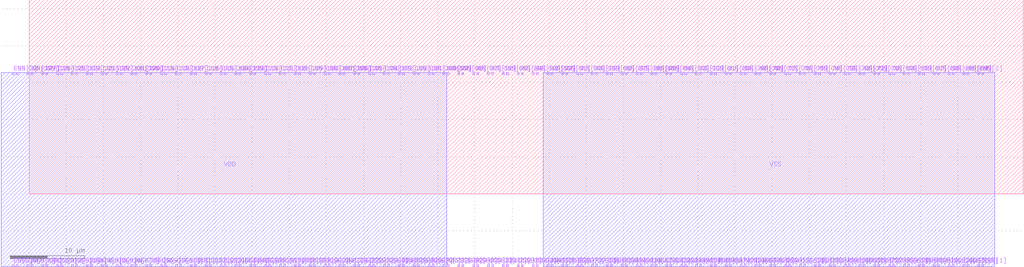
<source format=lef>
VERSION 5.7 ;
  NOWIREEXTENSIONATPIN ON ;
  DIVIDERCHAR "/" ;
  BUSBITCHARS "[]" ;
MACRO dac2u128out4in
  CLASS BLOCK ;
  FOREIGN dac2u128out4in ;
  ORIGIN 0 0 ;
  SIZE 133.800 BY 26.190 ;
  PIN VSS
    USE GROUND ;
    PORT
      LAYER Metal5 ;
        RECT 69.2 -9.82 130 16.37 ;
    END
  END VSS
  PIN VDD
    USE POWER ;
    PORT
      LAYER Metal5 ;
        RECT -3.8 -9.82 56.2 16.37 ;
    END
  END VDD
#  PIN VbiasP[1]
#    PORT
#      LAYER Metal1 ;
#        RECT -2.9 5.13 129.1 10.06 ;
#    END
#  END VbiasP[1]
#  PIN Iout
#    PORT
#      LAYER Metal1 ;
#        RECT -3.8 2.925 130 3.625 ;
#    END
#  END Iout
#  PIN VbiasP[0]
#    PORT
#      LAYER Metal1 ;
#        RECT -2.9 -3.51 129.1 1.42 ;
#    END
#  END VbiasP[0]
  PIN ON[64]
    PORT
      LAYER Metal2 ;
        RECT 126.23 16.08 126.52 16.37 ;
    END
  END ON[64]
  PIN ONB[64]
    PORT
      LAYER Metal2 ;
        RECT 125.68 16.08 125.97 16.37 ;
    END
  END ONB[64]
  PIN ON[65]
    PORT
      LAYER Metal2 ;
        RECT 124.23 16.08 124.52 16.37 ;
    END
  END ON[65]
  PIN ONB[65]
    PORT
      LAYER Metal2 ;
        RECT 123.68 16.08 123.97 16.37 ;
    END
  END ONB[65]
  PIN ON[66]
    PORT
      LAYER Metal2 ;
        RECT 122.23 16.08 122.52 16.37 ;
    END
  END ON[66]
  PIN ONB[66]
    PORT
      LAYER Metal2 ;
        RECT 121.68 16.08 121.97 16.37 ;
    END
  END ONB[66]
  PIN ON[67]
    PORT
      LAYER Metal2 ;
        RECT 120.23 16.08 120.52 16.37 ;
    END
  END ON[67]
  PIN ONB[67]
    PORT
      LAYER Metal2 ;
        RECT 119.68 16.08 119.97 16.37 ;
    END
  END ONB[67]
  PIN ON[68]
    PORT
      LAYER Metal2 ;
        RECT 118.23 16.08 118.52 16.37 ;
    END
  END ON[68]
  PIN ONB[68]
    PORT
      LAYER Metal2 ;
        RECT 117.68 16.08 117.97 16.37 ;
    END
  END ONB[68]
  PIN ON[69]
    PORT
      LAYER Metal2 ;
        RECT 116.23 16.08 116.52 16.37 ;
    END
  END ON[69]
  PIN ONB[69]
    PORT
      LAYER Metal2 ;
        RECT 115.68 16.08 115.97 16.37 ;
    END
  END ONB[69]
  PIN ON[70]
    PORT
      LAYER Metal2 ;
        RECT 114.23 16.08 114.52 16.37 ;
    END
  END ON[70]
  PIN ONB[70]
    PORT
      LAYER Metal2 ;
        RECT 113.68 16.08 113.97 16.37 ;
    END
  END ONB[70]
  PIN ON[71]
    PORT
      LAYER Metal2 ;
        RECT 112.23 16.08 112.52 16.37 ;
    END
  END ON[71]
  PIN ONB[71]
    PORT
      LAYER Metal2 ;
        RECT 111.68 16.08 111.97 16.37 ;
    END
  END ONB[71]
  PIN ON[72]
    PORT
      LAYER Metal2 ;
        RECT 110.23 16.08 110.52 16.37 ;
    END
  END ON[72]
  PIN ONB[72]
    PORT
      LAYER Metal2 ;
        RECT 109.68 16.08 109.97 16.37 ;
    END
  END ONB[72]
  PIN ON[73]
    PORT
      LAYER Metal2 ;
        RECT 108.23 16.08 108.52 16.37 ;
    END
  END ON[73]
  PIN ONB[73]
    PORT
      LAYER Metal2 ;
        RECT 107.68 16.08 107.97 16.37 ;
    END
  END ONB[73]
  PIN ON[74]
    PORT
      LAYER Metal2 ;
        RECT 106.23 16.08 106.52 16.37 ;
    END
  END ON[74]
  PIN ONB[74]
    PORT
      LAYER Metal2 ;
        RECT 105.68 16.08 105.97 16.37 ;
    END
  END ONB[74]
  PIN ON[75]
    PORT
      LAYER Metal2 ;
        RECT 104.23 16.08 104.52 16.37 ;
    END
  END ON[75]
  PIN ONB[75]
    PORT
      LAYER Metal2 ;
        RECT 103.68 16.08 103.97 16.37 ;
    END
  END ONB[75]
  PIN ON[76]
    PORT
      LAYER Metal2 ;
        RECT 102.23 16.08 102.52 16.37 ;
    END
  END ON[76]
  PIN ONB[76]
    PORT
      LAYER Metal2 ;
        RECT 101.68 16.08 101.97 16.37 ;
    END
  END ONB[76]
  PIN ON[77]
    PORT
      LAYER Metal2 ;
        RECT 100.23 16.08 100.52 16.37 ;
    END
  END ON[77]
  PIN ONB[77]
    PORT
      LAYER Metal2 ;
        RECT 99.68 16.08 99.97 16.37 ;
    END
  END ONB[77]
  PIN ON[78]
    PORT
      LAYER Metal2 ;
        RECT 98.23 16.08 98.52 16.37 ;
    END
  END ON[78]
  PIN ONB[78]
    PORT
      LAYER Metal2 ;
        RECT 97.68 16.08 97.97 16.37 ;
    END
  END ONB[78]
  PIN ON[79]
    PORT
      LAYER Metal2 ;
        RECT 96.23 16.08 96.52 16.37 ;
    END
  END ON[79]
  PIN ONB[79]
    PORT
      LAYER Metal2 ;
        RECT 95.68 16.08 95.97 16.37 ;
    END
  END ONB[79]
  PIN ON[80]
    PORT
      LAYER Metal2 ;
        RECT 94.23 16.08 94.52 16.37 ;
    END
  END ON[80]
  PIN ONB[80]
    PORT
      LAYER Metal2 ;
        RECT 93.68 16.08 93.97 16.37 ;
    END
  END ONB[80]
  PIN ON[81]
    PORT
      LAYER Metal2 ;
        RECT 92.23 16.08 92.52 16.37 ;
    END
  END ON[81]
  PIN ONB[81]
    PORT
      LAYER Metal2 ;
        RECT 91.68 16.08 91.97 16.37 ;
    END
  END ONB[81]
  PIN ON[82]
    PORT
      LAYER Metal2 ;
        RECT 90.23 16.08 90.52 16.37 ;
    END
  END ON[82]
  PIN ONB[82]
    PORT
      LAYER Metal2 ;
        RECT 89.68 16.08 89.97 16.37 ;
    END
  END ONB[82]
  PIN ON[83]
    PORT
      LAYER Metal2 ;
        RECT 88.23 16.08 88.52 16.37 ;
    END
  END ON[83]
  PIN ONB[83]
    PORT
      LAYER Metal2 ;
        RECT 87.68 16.08 87.97 16.37 ;
    END
  END ONB[83]
  PIN ON[84]
    PORT
      LAYER Metal2 ;
        RECT 86.23 16.08 86.52 16.37 ;
    END
  END ON[84]
  PIN ONB[84]
    PORT
      LAYER Metal2 ;
        RECT 85.68 16.08 85.97 16.37 ;
    END
  END ONB[84]
  PIN ON[85]
    PORT
      LAYER Metal2 ;
        RECT 84.23 16.08 84.52 16.37 ;
    END
  END ON[85]
  PIN ONB[85]
    PORT
      LAYER Metal2 ;
        RECT 83.68 16.08 83.97 16.37 ;
    END
  END ONB[85]
  PIN ON[86]
    PORT
      LAYER Metal2 ;
        RECT 82.23 16.08 82.52 16.37 ;
    END
  END ON[86]
  PIN ONB[86]
    PORT
      LAYER Metal2 ;
        RECT 81.68 16.08 81.97 16.37 ;
    END
  END ONB[86]
  PIN ON[87]
    PORT
      LAYER Metal2 ;
        RECT 80.23 16.08 80.52 16.37 ;
    END
  END ON[87]
  PIN ONB[87]
    PORT
      LAYER Metal2 ;
        RECT 79.68 16.08 79.97 16.37 ;
    END
  END ONB[87]
  PIN ON[88]
    PORT
      LAYER Metal2 ;
        RECT 78.23 16.08 78.52 16.37 ;
    END
  END ON[88]
  PIN ONB[88]
    PORT
      LAYER Metal2 ;
        RECT 77.68 16.08 77.97 16.37 ;
    END
  END ONB[88]
  PIN ON[89]
    PORT
      LAYER Metal2 ;
        RECT 76.23 16.08 76.52 16.37 ;
    END
  END ON[89]
  PIN ONB[89]
    PORT
      LAYER Metal2 ;
        RECT 75.68 16.08 75.97 16.37 ;
    END
  END ONB[89]
  PIN ON[90]
    PORT
      LAYER Metal2 ;
        RECT 74.23 16.08 74.52 16.37 ;
    END
  END ON[90]
  PIN ONB[90]
    PORT
      LAYER Metal2 ;
        RECT 73.68 16.08 73.97 16.37 ;
    END
  END ONB[90]
  PIN ON[91]
    PORT
      LAYER Metal2 ;
        RECT 72.23 16.08 72.52 16.37 ;
    END
  END ON[91]
  PIN ONB[91]
    PORT
      LAYER Metal2 ;
        RECT 71.68 16.08 71.97 16.37 ;
    END
  END ONB[91]
  PIN ON[92]
    PORT
      LAYER Metal2 ;
        RECT 70.23 16.08 70.52 16.37 ;
    END
  END ON[92]
  PIN ONB[92]
    PORT
      LAYER Metal2 ;
        RECT 69.68 16.08 69.97 16.37 ;
    END
  END ONB[92]
  PIN ON[93]
    PORT
      LAYER Metal2 ;
        RECT 68.23 16.08 68.52 16.37 ;
    END
  END ON[93]
  PIN ONB[93]
    PORT
      LAYER Metal2 ;
        RECT 67.68 16.08 67.97 16.37 ;
    END
  END ONB[93]
  PIN ON[94]
    PORT
      LAYER Metal2 ;
        RECT 66.23 16.08 66.52 16.37 ;
    END
  END ON[94]
  PIN ONB[94]
    PORT
      LAYER Metal2 ;
        RECT 65.68 16.08 65.97 16.37 ;
    END
  END ONB[94]
  PIN ON[95]
    PORT
      LAYER Metal2 ;
        RECT 64.23 16.08 64.52 16.37 ;
    END
  END ON[95]
  PIN ONB[95]
    PORT
      LAYER Metal2 ;
        RECT 63.68 16.08 63.97 16.37 ;
    END
  END ONB[95]
  PIN EN[2]
    PORT
      LAYER Metal2 ;
        RECT 128.23 16.08 128.52 16.37 ;
    END
  END EN[2]
  PIN ENB[2]
    PORT
      LAYER Metal2 ;
        RECT 127.68 16.08 127.97 16.37 ;
    END
  END ENB[2]
  PIN ON[97]
    PORT
      LAYER Metal2 ;
        RECT 60.23 16.08 60.52 16.37 ;
    END
  END ON[97]
  PIN ONB[97]
    PORT
      LAYER Metal2 ;
        RECT 59.68 16.08 59.97 16.37 ;
    END
  END ONB[97]
  PIN ON[98]
    PORT
      LAYER Metal2 ;
        RECT 58.23 16.08 58.52 16.37 ;
    END
  END ON[98]
  PIN ONB[98]
    PORT
      LAYER Metal2 ;
        RECT 57.68 16.08 57.97 16.37 ;
    END
  END ONB[98]
  PIN ON[99]
    PORT
      LAYER Metal2 ;
        RECT 56.23 16.08 56.52 16.37 ;
    END
  END ON[99]
  PIN ONB[99]
    PORT
      LAYER Metal2 ;
        RECT 55.68 16.08 55.97 16.37 ;
    END
  END ONB[99]
  PIN ON[100]
    PORT
      LAYER Metal2 ;
        RECT 54.23 16.08 54.52 16.37 ;
    END
  END ON[100]
  PIN ONB[100]
    PORT
      LAYER Metal2 ;
        RECT 53.68 16.08 53.97 16.37 ;
    END
  END ONB[100]
  PIN ON[101]
    PORT
      LAYER Metal2 ;
        RECT 52.23 16.08 52.52 16.37 ;
    END
  END ON[101]
  PIN ONB[101]
    PORT
      LAYER Metal2 ;
        RECT 51.68 16.08 51.97 16.37 ;
    END
  END ONB[101]
  PIN ON[102]
    PORT
      LAYER Metal2 ;
        RECT 50.23 16.08 50.52 16.37 ;
    END
  END ON[102]
  PIN ONB[102]
    PORT
      LAYER Metal2 ;
        RECT 49.68 16.08 49.97 16.37 ;
    END
  END ONB[102]
  PIN ON[103]
    PORT
      LAYER Metal2 ;
        RECT 48.23 16.08 48.52 16.37 ;
    END
  END ON[103]
  PIN ONB[103]
    PORT
      LAYER Metal2 ;
        RECT 47.68 16.08 47.97 16.37 ;
    END
  END ONB[103]
  PIN ON[104]
    PORT
      LAYER Metal2 ;
        RECT 46.23 16.08 46.52 16.37 ;
    END
  END ON[104]
  PIN ONB[104]
    PORT
      LAYER Metal2 ;
        RECT 45.68 16.08 45.97 16.37 ;
    END
  END ONB[104]
  PIN ON[105]
    PORT
      LAYER Metal2 ;
        RECT 44.23 16.08 44.52 16.37 ;
    END
  END ON[105]
  PIN ONB[105]
    PORT
      LAYER Metal2 ;
        RECT 43.68 16.08 43.97 16.37 ;
    END
  END ONB[105]
  PIN ON[106]
    PORT
      LAYER Metal2 ;
        RECT 42.23 16.08 42.52 16.37 ;
    END
  END ON[106]
  PIN ONB[106]
    PORT
      LAYER Metal2 ;
        RECT 41.68 16.08 41.97 16.37 ;
    END
  END ONB[106]
  PIN ON[107]
    PORT
      LAYER Metal2 ;
        RECT 40.23 16.08 40.52 16.37 ;
    END
  END ON[107]
  PIN ONB[107]
    PORT
      LAYER Metal2 ;
        RECT 39.68 16.08 39.97 16.37 ;
    END
  END ONB[107]
  PIN ON[108]
    PORT
      LAYER Metal2 ;
        RECT 38.23 16.08 38.52 16.37 ;
    END
  END ON[108]
  PIN ONB[108]
    PORT
      LAYER Metal2 ;
        RECT 37.68 16.08 37.97 16.37 ;
    END
  END ONB[108]
  PIN ON[109]
    PORT
      LAYER Metal2 ;
        RECT 36.23 16.08 36.52 16.37 ;
    END
  END ON[109]
  PIN ONB[109]
    PORT
      LAYER Metal2 ;
        RECT 35.68 16.08 35.97 16.37 ;
    END
  END ONB[109]
  PIN ON[110]
    PORT
      LAYER Metal2 ;
        RECT 34.23 16.08 34.52 16.37 ;
    END
  END ON[110]
  PIN ONB[110]
    PORT
      LAYER Metal2 ;
        RECT 33.68 16.08 33.97 16.37 ;
    END
  END ONB[110]
  PIN ON[111]
    PORT
      LAYER Metal2 ;
        RECT 32.23 16.08 32.52 16.37 ;
    END
  END ON[111]
  PIN ONB[111]
    PORT
      LAYER Metal2 ;
        RECT 31.68 16.08 31.97 16.37 ;
    END
  END ONB[111]
  PIN ON[112]
    PORT
      LAYER Metal2 ;
        RECT 30.23 16.08 30.52 16.37 ;
    END
  END ON[112]
  PIN ONB[112]
    PORT
      LAYER Metal2 ;
        RECT 29.68 16.08 29.97 16.37 ;
    END
  END ONB[112]
  PIN ON[113]
    PORT
      LAYER Metal2 ;
        RECT 28.23 16.08 28.52 16.37 ;
    END
  END ON[113]
  PIN ONB[113]
    PORT
      LAYER Metal2 ;
        RECT 27.68 16.08 27.97 16.37 ;
    END
  END ONB[113]
  PIN ON[114]
    PORT
      LAYER Metal2 ;
        RECT 26.23 16.08 26.52 16.37 ;
    END
  END ON[114]
  PIN ONB[114]
    PORT
      LAYER Metal2 ;
        RECT 25.68 16.08 25.97 16.37 ;
    END
  END ONB[114]
  PIN ON[115]
    PORT
      LAYER Metal2 ;
        RECT 24.23 16.08 24.52 16.37 ;
    END
  END ON[115]
  PIN ONB[115]
    PORT
      LAYER Metal2 ;
        RECT 23.68 16.08 23.97 16.37 ;
    END
  END ONB[115]
  PIN ON[116]
    PORT
      LAYER Metal2 ;
        RECT 22.23 16.08 22.52 16.37 ;
    END
  END ON[116]
  PIN ONB[116]
    PORT
      LAYER Metal2 ;
        RECT 21.68 16.08 21.97 16.37 ;
    END
  END ONB[116]
  PIN ON[117]
    PORT
      LAYER Metal2 ;
        RECT 20.23 16.08 20.52 16.37 ;
    END
  END ON[117]
  PIN ONB[117]
    PORT
      LAYER Metal2 ;
        RECT 19.68 16.08 19.97 16.37 ;
    END
  END ONB[117]
  PIN ON[118]
    PORT
      LAYER Metal2 ;
        RECT 18.23 16.08 18.52 16.37 ;
    END
  END ON[118]
  PIN ONB[118]
    PORT
      LAYER Metal2 ;
        RECT 17.68 16.08 17.97 16.37 ;
    END
  END ONB[118]
  PIN ON[119]
    PORT
      LAYER Metal2 ;
        RECT 16.23 16.08 16.52 16.37 ;
    END
  END ON[119]
  PIN ONB[119]
    PORT
      LAYER Metal2 ;
        RECT 15.68 16.08 15.97 16.37 ;
    END
  END ONB[119]
  PIN ON[120]
    PORT
      LAYER Metal2 ;
        RECT 14.23 16.08 14.52 16.37 ;
    END
  END ON[120]
  PIN ONB[120]
    PORT
      LAYER Metal2 ;
        RECT 13.68 16.08 13.97 16.37 ;
    END
  END ONB[120]
  PIN ON[121]
    PORT
      LAYER Metal2 ;
        RECT 12.23 16.08 12.52 16.37 ;
    END
  END ON[121]
  PIN ONB[121]
    PORT
      LAYER Metal2 ;
        RECT 11.68 16.08 11.97 16.37 ;
    END
  END ONB[121]
  PIN ON[122]
    PORT
      LAYER Metal2 ;
        RECT 10.23 16.08 10.52 16.37 ;
    END
  END ON[122]
  PIN ONB[122]
    PORT
      LAYER Metal2 ;
        RECT 9.68 16.08 9.97 16.37 ;
    END
  END ONB[122]
  PIN ON[123]
    PORT
      LAYER Metal2 ;
        RECT 8.23 16.08 8.52 16.37 ;
    END
  END ON[123]
  PIN ONB[123]
    PORT
      LAYER Metal2 ;
        RECT 7.68 16.08 7.97 16.37 ;
    END
  END ONB[123]
  PIN ON[124]
    PORT
      LAYER Metal2 ;
        RECT 6.23 16.08 6.52 16.37 ;
    END
  END ON[124]
  PIN ONB[124]
    PORT
      LAYER Metal2 ;
        RECT 5.68 16.08 5.97 16.37 ;
    END
  END ONB[124]
  PIN ON[125]
    PORT
      LAYER Metal2 ;
        RECT 4.23 16.08 4.52 16.37 ;
    END
  END ON[125]
  PIN ONB[125]
    PORT
      LAYER Metal2 ;
        RECT 3.68 16.08 3.97 16.37 ;
    END
  END ONB[125]
  PIN ON[126]
    PORT
      LAYER Metal2 ;
        RECT 2.23 16.08 2.52 16.37 ;
    END
  END ON[126]
  PIN ONB[126]
    PORT
      LAYER Metal2 ;
        RECT 1.68 16.08 1.97 16.37 ;
    END
  END ONB[126]
  PIN ON[127]
    PORT
      LAYER Metal2 ;
        RECT 0.23 16.08 0.52 16.37 ;
    END
  END ON[127]
  PIN ONB[127]
    PORT
      LAYER Metal2 ;
        RECT -0.32 16.08 -0.03 16.37 ;
    END
  END ONB[127]
  PIN ON[96]
    PORT
      LAYER Metal2 ;
        RECT 62.23 16.08 62.52 16.37 ;
    END
  END ON[96]
  PIN ONB[96]
    PORT
      LAYER Metal2 ;
        RECT 61.68 16.08 61.97 16.37 ;
    END
  END ONB[96]
  PIN EN[3]
    PORT
      LAYER Metal2 ;
        RECT -1.77 16.08 -1.48 16.37 ;
    END
  END EN[3]
  PIN ENB[3]
    PORT
      LAYER Metal2 ;
        RECT -2.32 16.08 -2.03 16.37 ;
    END
  END ENB[3]
  PIN ON[0]
    PORT
      LAYER Metal2 ;
        RECT -0.32 -9.82 -0.03 -9.53 ;
    END
  END ON[0]
  PIN ONB[0]
    PORT
      LAYER Metal2 ;
        RECT 0.23 -9.82 0.52 -9.53 ;
    END
  END ONB[0]
  PIN ON[1]
    PORT
      LAYER Metal2 ;
        RECT 1.68 -9.82 1.97 -9.53 ;
    END
  END ON[1]
  PIN ONB[1]
    PORT
      LAYER Metal2 ;
        RECT 2.23 -9.82 2.52 -9.53 ;
    END
  END ONB[1]
  PIN ON[2]
    PORT
      LAYER Metal2 ;
        RECT 3.68 -9.82 3.97 -9.53 ;
    END
  END ON[2]
  PIN ONB[2]
    PORT
      LAYER Metal2 ;
        RECT 4.23 -9.82 4.52 -9.53 ;
    END
  END ONB[2]
  PIN ON[3]
    PORT
      LAYER Metal2 ;
        RECT 5.68 -9.82 5.97 -9.53 ;
    END
  END ON[3]
  PIN ONB[3]
    PORT
      LAYER Metal2 ;
        RECT 6.23 -9.82 6.52 -9.53 ;
    END
  END ONB[3]
  PIN ON[4]
    PORT
      LAYER Metal2 ;
        RECT 7.68 -9.82 7.97 -9.53 ;
    END
  END ON[4]
  PIN ONB[4]
    PORT
      LAYER Metal2 ;
        RECT 8.23 -9.82 8.52 -9.53 ;
    END
  END ONB[4]
  PIN ON[5]
    PORT
      LAYER Metal2 ;
        RECT 9.68 -9.82 9.97 -9.53 ;
    END
  END ON[5]
  PIN ONB[5]
    PORT
      LAYER Metal2 ;
        RECT 10.23 -9.82 10.52 -9.53 ;
    END
  END ONB[5]
  PIN ON[6]
    PORT
      LAYER Metal2 ;
        RECT 11.68 -9.82 11.97 -9.53 ;
    END
  END ON[6]
  PIN ONB[6]
    PORT
      LAYER Metal2 ;
        RECT 12.23 -9.82 12.52 -9.53 ;
    END
  END ONB[6]
  PIN ON[7]
    PORT
      LAYER Metal2 ;
        RECT 13.68 -9.82 13.97 -9.53 ;
    END
  END ON[7]
  PIN ONB[7]
    PORT
      LAYER Metal2 ;
        RECT 14.23 -9.82 14.52 -9.53 ;
    END
  END ONB[7]
  PIN ON[8]
    PORT
      LAYER Metal2 ;
        RECT 15.68 -9.82 15.97 -9.53 ;
    END
  END ON[8]
  PIN ONB[8]
    PORT
      LAYER Metal2 ;
        RECT 16.23 -9.82 16.52 -9.53 ;
    END
  END ONB[8]
  PIN ON[9]
    PORT
      LAYER Metal2 ;
        RECT 17.68 -9.82 17.97 -9.53 ;
    END
  END ON[9]
  PIN ONB[9]
    PORT
      LAYER Metal2 ;
        RECT 18.23 -9.82 18.52 -9.53 ;
    END
  END ONB[9]
  PIN ON[10]
    PORT
      LAYER Metal2 ;
        RECT 19.68 -9.82 19.97 -9.53 ;
    END
  END ON[10]
  PIN ONB[10]
    PORT
      LAYER Metal2 ;
        RECT 20.23 -9.82 20.52 -9.53 ;
    END
  END ONB[10]
  PIN ON[11]
    PORT
      LAYER Metal2 ;
        RECT 21.68 -9.82 21.97 -9.53 ;
    END
  END ON[11]
  PIN ONB[11]
    PORT
      LAYER Metal2 ;
        RECT 22.23 -9.82 22.52 -9.53 ;
    END
  END ONB[11]
  PIN ON[12]
    PORT
      LAYER Metal2 ;
        RECT 23.68 -9.82 23.97 -9.53 ;
    END
  END ON[12]
  PIN ONB[12]
    PORT
      LAYER Metal2 ;
        RECT 24.23 -9.82 24.52 -9.53 ;
    END
  END ONB[12]
  PIN ON[13]
    PORT
      LAYER Metal2 ;
        RECT 25.68 -9.82 25.97 -9.53 ;
    END
  END ON[13]
  PIN ONB[13]
    PORT
      LAYER Metal2 ;
        RECT 26.23 -9.82 26.52 -9.53 ;
    END
  END ONB[13]
  PIN ON[14]
    PORT
      LAYER Metal2 ;
        RECT 27.68 -9.82 27.97 -9.53 ;
    END
  END ON[14]
  PIN ONB[14]
    PORT
      LAYER Metal2 ;
        RECT 28.23 -9.82 28.52 -9.53 ;
    END
  END ONB[14]
  PIN ON[15]
    PORT
      LAYER Metal2 ;
        RECT 29.68 -9.82 29.97 -9.53 ;
    END
  END ON[15]
  PIN ONB[15]
    PORT
      LAYER Metal2 ;
        RECT 30.23 -9.82 30.52 -9.53 ;
    END
  END ONB[15]
  PIN ON[16]
    PORT
      LAYER Metal2 ;
        RECT 31.68 -9.82 31.97 -9.53 ;
    END
  END ON[16]
  PIN ONB[16]
    PORT
      LAYER Metal2 ;
        RECT 32.23 -9.82 32.52 -9.53 ;
    END
  END ONB[16]
  PIN ON[17]
    PORT
      LAYER Metal2 ;
        RECT 33.68 -9.82 33.97 -9.53 ;
    END
  END ON[17]
  PIN ONB[17]
    PORT
      LAYER Metal2 ;
        RECT 34.23 -9.82 34.52 -9.53 ;
    END
  END ONB[17]
  PIN ON[18]
    PORT
      LAYER Metal2 ;
        RECT 35.68 -9.82 35.97 -9.53 ;
    END
  END ON[18]
  PIN ONB[18]
    PORT
      LAYER Metal2 ;
        RECT 36.23 -9.82 36.52 -9.53 ;
    END
  END ONB[18]
  PIN ON[19]
    PORT
      LAYER Metal2 ;
        RECT 37.68 -9.82 37.97 -9.53 ;
    END
  END ON[19]
  PIN ONB[19]
    PORT
      LAYER Metal2 ;
        RECT 38.23 -9.82 38.52 -9.53 ;
    END
  END ONB[19]
  PIN ON[20]
    PORT
      LAYER Metal2 ;
        RECT 39.68 -9.82 39.97 -9.53 ;
    END
  END ON[20]
  PIN ONB[20]
    PORT
      LAYER Metal2 ;
        RECT 40.23 -9.82 40.52 -9.53 ;
    END
  END ONB[20]
  PIN ON[21]
    PORT
      LAYER Metal2 ;
        RECT 41.68 -9.82 41.97 -9.53 ;
    END
  END ON[21]
  PIN ONB[21]
    PORT
      LAYER Metal2 ;
        RECT 42.23 -9.82 42.52 -9.53 ;
    END
  END ONB[21]
  PIN ON[22]
    PORT
      LAYER Metal2 ;
        RECT 43.68 -9.82 43.97 -9.53 ;
    END
  END ON[22]
  PIN ONB[22]
    PORT
      LAYER Metal2 ;
        RECT 44.23 -9.82 44.52 -9.53 ;
    END
  END ONB[22]
  PIN ON[23]
    PORT
      LAYER Metal2 ;
        RECT 45.68 -9.82 45.97 -9.53 ;
    END
  END ON[23]
  PIN ONB[23]
    PORT
      LAYER Metal2 ;
        RECT 46.23 -9.82 46.52 -9.53 ;
    END
  END ONB[23]
  PIN ON[24]
    PORT
      LAYER Metal2 ;
        RECT 47.68 -9.82 47.97 -9.53 ;
    END
  END ON[24]
  PIN ONB[24]
    PORT
      LAYER Metal2 ;
        RECT 48.23 -9.82 48.52 -9.53 ;
    END
  END ONB[24]
  PIN ON[25]
    PORT
      LAYER Metal2 ;
        RECT 49.68 -9.82 49.97 -9.53 ;
    END
  END ON[25]
  PIN ONB[25]
    PORT
      LAYER Metal2 ;
        RECT 50.23 -9.82 50.52 -9.53 ;
    END
  END ONB[25]
  PIN ON[26]
    PORT
      LAYER Metal2 ;
        RECT 51.68 -9.82 51.97 -9.53 ;
    END
  END ON[26]
  PIN ONB[26]
    PORT
      LAYER Metal2 ;
        RECT 52.23 -9.82 52.52 -9.53 ;
    END
  END ONB[26]
  PIN ON[27]
    PORT
      LAYER Metal2 ;
        RECT 53.68 -9.82 53.97 -9.53 ;
    END
  END ON[27]
  PIN ONB[27]
    PORT
      LAYER Metal2 ;
        RECT 54.23 -9.82 54.52 -9.53 ;
    END
  END ONB[27]
  PIN ON[28]
    PORT
      LAYER Metal2 ;
        RECT 55.68 -9.82 55.97 -9.53 ;
    END
  END ON[28]
  PIN ONB[28]
    PORT
      LAYER Metal2 ;
        RECT 56.23 -9.82 56.52 -9.53 ;
    END
  END ONB[28]
  PIN ON[29]
    PORT
      LAYER Metal2 ;
        RECT 57.68 -9.82 57.97 -9.53 ;
    END
  END ON[29]
  PIN ONB[29]
    PORT
      LAYER Metal2 ;
        RECT 58.23 -9.82 58.52 -9.53 ;
    END
  END ONB[29]
  PIN ON[30]
    PORT
      LAYER Metal2 ;
        RECT 59.68 -9.82 59.97 -9.53 ;
    END
  END ON[30]
  PIN ONB[30]
    PORT
      LAYER Metal2 ;
        RECT 60.23 -9.82 60.52 -9.53 ;
    END
  END ONB[30]
  PIN ON[31]
    PORT
      LAYER Metal2 ;
        RECT 61.68 -9.82 61.97 -9.53 ;
    END
  END ON[31]
  PIN ONB[31]
    PORT
      LAYER Metal2 ;
        RECT 62.23 -9.82 62.52 -9.53 ;
    END
  END ONB[31]
  PIN EN[0]
    PORT
      LAYER Metal2 ;
        RECT -2.32 -9.82 -2.03 -9.53 ;
    END
  END EN[0]
  PIN ENB[0]
    PORT
      LAYER Metal2 ;
        RECT -1.77 -9.82 -1.48 -9.53 ;
    END
  END ENB[0]
  PIN ON[33]
    PORT
      LAYER Metal2 ;
        RECT 65.68 -9.82 65.97 -9.53 ;
    END
  END ON[33]
  PIN ONB[33]
    PORT
      LAYER Metal2 ;
        RECT 66.23 -9.82 66.52 -9.53 ;
    END
  END ONB[33]
  PIN ON[34]
    PORT
      LAYER Metal2 ;
        RECT 67.68 -9.82 67.97 -9.53 ;
    END
  END ON[34]
  PIN ONB[34]
    PORT
      LAYER Metal2 ;
        RECT 68.23 -9.82 68.52 -9.53 ;
    END
  END ONB[34]
  PIN ON[35]
    PORT
      LAYER Metal2 ;
        RECT 69.68 -9.82 69.97 -9.53 ;
    END
  END ON[35]
  PIN ONB[35]
    PORT
      LAYER Metal2 ;
        RECT 70.23 -9.82 70.52 -9.53 ;
    END
  END ONB[35]
  PIN ON[36]
    PORT
      LAYER Metal2 ;
        RECT 71.68 -9.82 71.97 -9.53 ;
    END
  END ON[36]
  PIN ONB[36]
    PORT
      LAYER Metal2 ;
        RECT 72.23 -9.82 72.52 -9.53 ;
    END
  END ONB[36]
  PIN ON[37]
    PORT
      LAYER Metal2 ;
        RECT 73.68 -9.82 73.97 -9.53 ;
    END
  END ON[37]
  PIN ONB[37]
    PORT
      LAYER Metal2 ;
        RECT 74.23 -9.82 74.52 -9.53 ;
    END
  END ONB[37]
  PIN ON[38]
    PORT
      LAYER Metal2 ;
        RECT 75.68 -9.82 75.97 -9.53 ;
    END
  END ON[38]
  PIN ONB[38]
    PORT
      LAYER Metal2 ;
        RECT 76.23 -9.82 76.52 -9.53 ;
    END
  END ONB[38]
  PIN ON[39]
    PORT
      LAYER Metal2 ;
        RECT 77.68 -9.82 77.97 -9.53 ;
    END
  END ON[39]
  PIN ONB[39]
    PORT
      LAYER Metal2 ;
        RECT 78.23 -9.82 78.52 -9.53 ;
    END
  END ONB[39]
  PIN ON[40]
    PORT
      LAYER Metal2 ;
        RECT 79.68 -9.82 79.97 -9.53 ;
    END
  END ON[40]
  PIN ONB[40]
    PORT
      LAYER Metal2 ;
        RECT 80.23 -9.82 80.52 -9.53 ;
    END
  END ONB[40]
  PIN ON[41]
    PORT
      LAYER Metal2 ;
        RECT 81.68 -9.82 81.97 -9.53 ;
    END
  END ON[41]
  PIN ONB[41]
    PORT
      LAYER Metal2 ;
        RECT 82.23 -9.82 82.52 -9.53 ;
    END
  END ONB[41]
  PIN ON[42]
    PORT
      LAYER Metal2 ;
        RECT 83.68 -9.82 83.97 -9.53 ;
    END
  END ON[42]
  PIN ONB[42]
    PORT
      LAYER Metal2 ;
        RECT 84.23 -9.82 84.52 -9.53 ;
    END
  END ONB[42]
  PIN ON[43]
    PORT
      LAYER Metal2 ;
        RECT 85.68 -9.82 85.97 -9.53 ;
    END
  END ON[43]
  PIN ONB[43]
    PORT
      LAYER Metal2 ;
        RECT 86.23 -9.82 86.52 -9.53 ;
    END
  END ONB[43]
  PIN ON[44]
    PORT
      LAYER Metal2 ;
        RECT 87.68 -9.82 87.97 -9.53 ;
    END
  END ON[44]
  PIN ONB[44]
    PORT
      LAYER Metal2 ;
        RECT 88.23 -9.82 88.52 -9.53 ;
    END
  END ONB[44]
  PIN ON[45]
    PORT
      LAYER Metal2 ;
        RECT 89.68 -9.82 89.97 -9.53 ;
    END
  END ON[45]
  PIN ONB[45]
    PORT
      LAYER Metal2 ;
        RECT 90.23 -9.82 90.52 -9.53 ;
    END
  END ONB[45]
  PIN ON[46]
    PORT
      LAYER Metal2 ;
        RECT 91.68 -9.82 91.97 -9.53 ;
    END
  END ON[46]
  PIN ONB[46]
    PORT
      LAYER Metal2 ;
        RECT 92.23 -9.82 92.52 -9.53 ;
    END
  END ONB[46]
  PIN ON[47]
    PORT
      LAYER Metal2 ;
        RECT 93.68 -9.82 93.97 -9.53 ;
    END
  END ON[47]
  PIN ONB[47]
    PORT
      LAYER Metal2 ;
        RECT 94.23 -9.82 94.52 -9.53 ;
    END
  END ONB[47]
  PIN ON[48]
    PORT
      LAYER Metal2 ;
        RECT 95.68 -9.82 95.97 -9.53 ;
    END
  END ON[48]
  PIN ONB[48]
    PORT
      LAYER Metal2 ;
        RECT 96.23 -9.82 96.52 -9.53 ;
    END
  END ONB[48]
  PIN ON[49]
    PORT
      LAYER Metal2 ;
        RECT 97.68 -9.82 97.97 -9.53 ;
    END
  END ON[49]
  PIN ONB[49]
    PORT
      LAYER Metal2 ;
        RECT 98.23 -9.82 98.52 -9.53 ;
    END
  END ONB[49]
  PIN ON[50]
    PORT
      LAYER Metal2 ;
        RECT 99.68 -9.82 99.97 -9.53 ;
    END
  END ON[50]
  PIN ONB[50]
    PORT
      LAYER Metal2 ;
        RECT 100.23 -9.82 100.52 -9.53 ;
    END
  END ONB[50]
  PIN ON[51]
    PORT
      LAYER Metal2 ;
        RECT 101.68 -9.82 101.97 -9.53 ;
    END
  END ON[51]
  PIN ONB[51]
    PORT
      LAYER Metal2 ;
        RECT 102.23 -9.82 102.52 -9.53 ;
    END
  END ONB[51]
  PIN ON[52]
    PORT
      LAYER Metal2 ;
        RECT 103.68 -9.82 103.97 -9.53 ;
    END
  END ON[52]
  PIN ONB[52]
    PORT
      LAYER Metal2 ;
        RECT 104.23 -9.82 104.52 -9.53 ;
    END
  END ONB[52]
  PIN ON[53]
    PORT
      LAYER Metal2 ;
        RECT 105.68 -9.82 105.97 -9.53 ;
    END
  END ON[53]
  PIN ONB[53]
    PORT
      LAYER Metal2 ;
        RECT 106.23 -9.82 106.52 -9.53 ;
    END
  END ONB[53]
  PIN ON[54]
    PORT
      LAYER Metal2 ;
        RECT 107.68 -9.82 107.97 -9.53 ;
    END
  END ON[54]
  PIN ONB[54]
    PORT
      LAYER Metal2 ;
        RECT 108.23 -9.82 108.52 -9.53 ;
    END
  END ONB[54]
  PIN ON[55]
    PORT
      LAYER Metal2 ;
        RECT 109.68 -9.82 109.97 -9.53 ;
    END
  END ON[55]
  PIN ONB[55]
    PORT
      LAYER Metal2 ;
        RECT 110.23 -9.82 110.52 -9.53 ;
    END
  END ONB[55]
  PIN ON[56]
    PORT
      LAYER Metal2 ;
        RECT 111.68 -9.82 111.97 -9.53 ;
    END
  END ON[56]
  PIN ONB[56]
    PORT
      LAYER Metal2 ;
        RECT 112.23 -9.82 112.52 -9.53 ;
    END
  END ONB[56]
  PIN ON[57]
    PORT
      LAYER Metal2 ;
        RECT 113.68 -9.82 113.97 -9.53 ;
    END
  END ON[57]
  PIN ONB[57]
    PORT
      LAYER Metal2 ;
        RECT 114.23 -9.82 114.52 -9.53 ;
    END
  END ONB[57]
  PIN ON[58]
    PORT
      LAYER Metal2 ;
        RECT 115.68 -9.82 115.97 -9.53 ;
    END
  END ON[58]
  PIN ONB[58]
    PORT
      LAYER Metal2 ;
        RECT 116.23 -9.82 116.52 -9.53 ;
    END
  END ONB[58]
  PIN ON[59]
    PORT
      LAYER Metal2 ;
        RECT 117.68 -9.82 117.97 -9.53 ;
    END
  END ON[59]
  PIN ONB[59]
    PORT
      LAYER Metal2 ;
        RECT 118.23 -9.82 118.52 -9.53 ;
    END
  END ONB[59]
  PIN ON[60]
    PORT
      LAYER Metal2 ;
        RECT 119.68 -9.82 119.97 -9.53 ;
    END
  END ON[60]
  PIN ONB[60]
    PORT
      LAYER Metal2 ;
        RECT 120.23 -9.82 120.52 -9.53 ;
    END
  END ONB[60]
  PIN ON[61]
    PORT
      LAYER Metal2 ;
        RECT 121.68 -9.82 121.97 -9.53 ;
    END
  END ON[61]
  PIN ONB[61]
    PORT
      LAYER Metal2 ;
        RECT 122.23 -9.82 122.52 -9.53 ;
    END
  END ONB[61]
  PIN ON[62]
    PORT
      LAYER Metal2 ;
        RECT 123.68 -9.82 123.97 -9.53 ;
    END
  END ON[62]
  PIN ONB[62]
    PORT
      LAYER Metal2 ;
        RECT 124.23 -9.82 124.52 -9.53 ;
    END
  END ONB[62]
  PIN ON[63]
    PORT
      LAYER Metal2 ;
        RECT 125.68 -9.82 125.97 -9.53 ;
    END
  END ON[63]
  PIN ONB[63]
    PORT
      LAYER Metal2 ;
        RECT 126.23 -9.82 126.52 -9.53 ;
    END
  END ONB[63]
  PIN ON[32]
    PORT
      LAYER Metal2 ;
        RECT 63.68 -9.82 63.97 -9.53 ;
    END
  END ON[32]
  PIN ONB[32]
    PORT
      LAYER Metal2 ;
        RECT 64.23 -9.82 64.52 -9.53 ;
    END
  END ONB[32]
  PIN EN[1]
    PORT
      LAYER Metal2 ;
        RECT 127.68 -9.82 127.97 -9.53 ;
    END
  END EN[1]
  PIN ENB[1]
    PORT
      LAYER Metal2 ;
        RECT 128.23 -9.82 128.52 -9.53 ;
    END
  END ENB[1]
#  PIN VcascP[1]
#    PORT
#      LAYER Metal3 ;
#        RECT -3.8 11.11 130 11.81 ;
#    END
#  END VcascP[1]
#  PIN VcascP[0]
#    PORT
#      LAYER Metal3 ;
#        RECT -3.8 -5.26 130 -4.56 ;
#    END
#  END VcascP[0]
END dac2u128out4in
END LIBRARY


</source>
